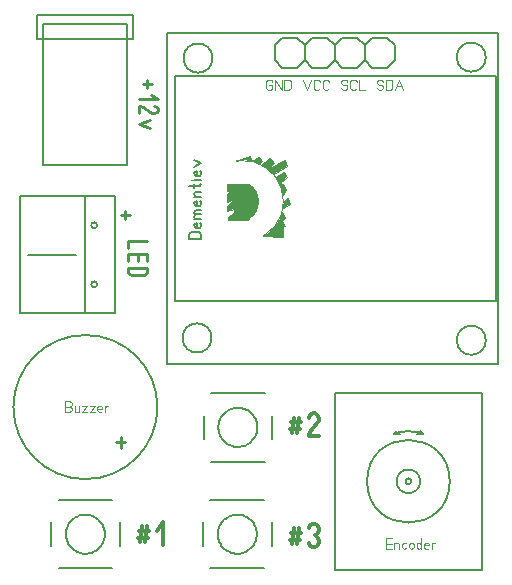
<source format=gbr>
%FSLAX34Y34*%
%MOMM*%
%LNSILK_TOP*%
G71*
G01*
%ADD10C,0.200*%
%ADD11C,0.175*%
%ADD12C,0.100*%
%ADD13C,0.270*%
%ADD14C,0.111*%
%ADD15C,0.286*%
%ADD16C,0.203*%
%ADD17C,0.349*%
%LPD*%
G54D10*
X28225Y469351D02*
X109225Y469351D01*
X109225Y490151D01*
X28225Y490151D01*
X28225Y469351D01*
G54D10*
X32925Y482151D02*
X32925Y363051D01*
X104525Y363051D01*
X104525Y482151D01*
X32925Y482151D01*
G54D10*
X13956Y337092D02*
X93956Y337092D01*
X93956Y237892D01*
X13956Y237892D01*
X13956Y337092D01*
G54D10*
X68956Y337092D02*
X68956Y237892D01*
G54D10*
X20256Y287092D02*
X61456Y287092D01*
G54D10*
G75*
G01X78956Y312092D02*
G03X78956Y312092I-2500J0D01*
G01*
G54D10*
G75*
G01X78956Y262092D02*
G03X78956Y262092I-2500J0D01*
G01*
G54D10*
X405017Y20289D02*
X405017Y170289D01*
G54D10*
X405017Y170289D02*
X280017Y170289D01*
G54D10*
X405017Y20289D02*
X280017Y20289D01*
X280017Y170289D01*
G54D10*
G75*
G01X377517Y95288D02*
G03X377517Y95288I-35000J0D01*
G01*
G54D10*
G75*
G01X352517Y95288D02*
G03X352517Y95288I-10000J0D01*
G01*
G54D10*
G75*
G01X353517Y136340D02*
G03X331517Y136340I-11000J-41052D01*
G01*
G54D10*
X355017Y135289D02*
X352517Y137789D01*
G54D10*
X355017Y135289D02*
X350017Y135289D01*
G54D10*
X330017Y135289D02*
X332517Y137789D01*
G54D10*
X330017Y135289D02*
X335017Y135289D01*
G54D10*
G75*
G01X345017Y95288D02*
G03X345017Y95288I-2500J0D01*
G01*
G54D11*
X166726Y300483D02*
X156948Y300483D01*
X156948Y304150D01*
X157559Y305616D01*
X158782Y306350D01*
X164892Y306350D01*
X166115Y305616D01*
X166726Y304150D01*
X166726Y300483D01*
G54D11*
X166115Y314172D02*
X166726Y312999D01*
X166726Y311532D01*
X166115Y310065D01*
X164892Y309772D01*
X162815Y309772D01*
X161592Y310505D01*
X161226Y311972D01*
X161592Y313439D01*
X162448Y314172D01*
X163670Y314172D01*
X163670Y309772D01*
G54D11*
X166726Y317594D02*
X161226Y317594D01*
G54D11*
X162204Y317594D02*
X161226Y319061D01*
X161592Y320527D01*
X162448Y321261D01*
X166726Y321261D01*
G54D11*
X162204Y321261D02*
X161226Y322727D01*
X161592Y324194D01*
X162448Y324927D01*
X166726Y324927D01*
G54D11*
X166115Y332749D02*
X166726Y331576D01*
X166726Y330109D01*
X166115Y328642D01*
X164892Y328349D01*
X162815Y328349D01*
X161592Y329082D01*
X161226Y330549D01*
X161592Y332016D01*
X162448Y332749D01*
X163670Y332749D01*
X163670Y328349D01*
G54D11*
X166726Y336171D02*
X161226Y336171D01*
G54D11*
X162448Y336171D02*
X161592Y336904D01*
X161226Y338371D01*
X161592Y339838D01*
X162448Y340571D01*
X166726Y340571D01*
G54D11*
X156948Y345460D02*
X166115Y345460D01*
X166726Y346193D01*
X166482Y346926D01*
G54D11*
X161226Y343993D02*
X161226Y346926D01*
G54D11*
X166726Y350348D02*
X161226Y350348D01*
G54D11*
X159392Y350348D02*
X159392Y350348D01*
G54D11*
X166115Y358170D02*
X166726Y356997D01*
X166726Y355530D01*
X166115Y354063D01*
X164892Y353770D01*
X162815Y353770D01*
X161592Y354503D01*
X161226Y355970D01*
X161592Y357437D01*
X162448Y358170D01*
X163670Y358170D01*
X163670Y353770D01*
G54D11*
X161226Y361592D02*
X166726Y364525D01*
X161226Y367459D01*
G54D12*
G75*
G01X207384Y317409D02*
G03X207384Y346854I-8500J14722D01*
G01*
G36*
G75*
G01X207384Y317409D02*
G03X207384Y346854I-8500J14722D01*
G01*
G37*
X207384Y317409D01*
G36*
X207385Y346854D02*
X188626Y346854D01*
X188613Y346840D01*
X188613Y341284D01*
X192582Y342872D01*
X189010Y338109D01*
X189010Y331362D01*
X195360Y334934D01*
X189010Y327790D01*
X189010Y323822D01*
X194566Y325806D01*
X194566Y322631D01*
X189407Y319059D01*
X189407Y316678D01*
X206654Y316678D01*
X207385Y317409D01*
X207385Y346854D01*
G37*
G54D12*
X207385Y346854D02*
X188626Y346854D01*
X188613Y346840D01*
X188613Y341284D01*
X192582Y342872D01*
X189010Y338109D01*
X189010Y331362D01*
X195360Y334934D01*
X189010Y327790D01*
X189010Y323822D01*
X194566Y325806D01*
X194566Y322631D01*
X189407Y319059D01*
X189407Y316678D01*
X206654Y316678D01*
X207385Y317409D01*
X207385Y346854D01*
G36*
X196948Y366684D02*
X204091Y367875D01*
X210044Y366684D01*
X208060Y371050D01*
X196948Y366684D01*
G37*
G54D12*
X196948Y366684D02*
X204091Y367875D01*
X210044Y366684D01*
X208060Y371050D01*
X196948Y366684D01*
G54D12*
G75*
G01X219439Y302714D02*
G03X196926Y366643I-17355J29817D01*
G01*
G36*
X210044Y366684D02*
X215601Y370256D01*
X218776Y366684D01*
X215998Y364303D01*
X210044Y366684D01*
G37*
G54D12*
X210044Y366684D02*
X215601Y370256D01*
X218776Y366684D01*
X215998Y364303D01*
X210044Y366684D01*
G36*
X217982Y363509D02*
X225522Y368669D01*
X228301Y364700D01*
X223935Y359540D01*
X237826Y367478D01*
X239810Y362319D01*
X228698Y355175D01*
X224332Y359937D01*
X217982Y363509D01*
G37*
G54D12*
X217982Y363509D02*
X225522Y368669D01*
X228301Y364700D01*
X223935Y359540D01*
X237826Y367478D01*
X239810Y362319D01*
X228698Y355175D01*
X224332Y359937D01*
X217982Y363509D01*
G36*
X230682Y352794D02*
X234651Y345650D01*
X236238Y338109D01*
X238619Y342475D01*
X236635Y347237D01*
X233857Y347634D01*
X239810Y352794D01*
X237429Y357556D01*
X230682Y352794D01*
G37*
G54D12*
X230682Y352794D02*
X234651Y345650D01*
X236238Y338109D01*
X238619Y342475D01*
X236635Y347237D01*
X233857Y347634D01*
X239810Y352794D01*
X237429Y357556D01*
X230682Y352794D01*
G36*
X237032Y332950D02*
X240604Y335331D01*
X242588Y329775D01*
X236635Y326600D01*
X237032Y332950D01*
G37*
G54D12*
X237032Y332950D02*
X240604Y335331D01*
X242588Y329775D01*
X236635Y326600D01*
X237032Y332950D01*
G36*
X219439Y302714D02*
X223141Y304375D01*
X229094Y309534D01*
X233857Y317472D01*
X235444Y323425D01*
X237826Y317869D01*
X235444Y315884D01*
X237826Y311122D01*
X235444Y310328D01*
X236635Y309137D01*
X236635Y301994D01*
X219439Y302714D01*
G37*
G54D12*
X219439Y302714D02*
X223141Y304375D01*
X229094Y309534D01*
X233857Y317472D01*
X235444Y323425D01*
X237826Y317869D01*
X235444Y315884D01*
X237826Y311122D01*
X235444Y310328D01*
X236635Y309137D01*
X236635Y301994D01*
X219439Y302714D01*
G54D10*
G75*
G01X130058Y158141D02*
G03X130058Y158141I-61000J0D01*
G01*
G54D13*
X98842Y123834D02*
X98842Y132901D01*
G54D13*
X102620Y128367D02*
X95064Y128367D01*
G54D10*
X138511Y194453D02*
X418705Y194453D01*
X418705Y474647D01*
X138511Y474647D01*
X138511Y194453D01*
G54D10*
G75*
G01X176661Y453613D02*
G03X176661Y453613I-12303J0D01*
G01*
G54D10*
G75*
G01X408039Y454406D02*
G03X408039Y454406I-12303J0D01*
G01*
G54D10*
G75*
G01X408039Y214694D02*
G03X408039Y214694I-12303J0D01*
G01*
G54D10*
G75*
G01X175867Y216678D02*
G03X175867Y216678I-12303J0D01*
G01*
G54D10*
X144514Y438532D02*
X416374Y438532D01*
X416374Y248032D01*
X144514Y248032D01*
X144514Y438532D01*
G54D10*
X330955Y464569D02*
X324654Y470869D01*
X311854Y470869D01*
X305554Y464569D01*
X305554Y451769D01*
X311854Y445469D01*
X324654Y445469D01*
X330955Y451769D01*
X330955Y464569D01*
G54D10*
X305554Y464569D02*
X299254Y470869D01*
X286454Y470869D01*
X280154Y464569D01*
X280154Y451769D01*
X286454Y445469D01*
X299254Y445469D01*
X305554Y451769D01*
X305554Y464569D01*
G54D10*
X280154Y464569D02*
X273854Y470869D01*
X261054Y470869D01*
X254754Y464569D01*
X254754Y451769D01*
X261054Y445469D01*
X273854Y445469D01*
X280154Y451769D01*
X280154Y464569D01*
G54D10*
X254754Y464569D02*
X248454Y470869D01*
X235654Y470869D01*
X229354Y464569D01*
X229354Y451769D01*
X235654Y445469D01*
X248454Y445469D01*
X254754Y451769D01*
X254754Y464569D01*
G54D14*
X224716Y430963D02*
X227384Y430963D01*
X227384Y428185D01*
X226716Y427074D01*
X225384Y426518D01*
X224050Y426518D01*
X222716Y427074D01*
X222050Y428185D01*
X222050Y433740D01*
X222716Y434852D01*
X224050Y435407D01*
X225384Y435407D01*
X226716Y434852D01*
X227384Y433740D01*
G54D14*
X229827Y426518D02*
X229827Y435407D01*
X235160Y426518D01*
X235160Y435407D01*
G54D14*
X237604Y426518D02*
X237604Y435407D01*
X240938Y435407D01*
X242270Y434852D01*
X242938Y433740D01*
X242938Y428185D01*
X242270Y427074D01*
X240938Y426518D01*
X237604Y426518D01*
G54D14*
X253112Y435407D02*
X256446Y426518D01*
X259778Y435407D01*
G54D14*
X267556Y428185D02*
X266890Y427074D01*
X265556Y426518D01*
X264223Y426518D01*
X262890Y427074D01*
X262223Y428185D01*
X262223Y433740D01*
X262890Y434852D01*
X264223Y435407D01*
X265556Y435407D01*
X266890Y434852D01*
X267556Y433740D01*
G54D14*
X275334Y428185D02*
X274666Y427074D01*
X273334Y426518D01*
X272000Y426518D01*
X270666Y427074D01*
X270000Y428185D01*
X270000Y433740D01*
X270666Y434852D01*
X272000Y435407D01*
X273334Y435407D01*
X274666Y434852D01*
X275334Y433740D01*
G54D14*
X285508Y428185D02*
X286174Y427074D01*
X287508Y426518D01*
X288842Y426518D01*
X290174Y427074D01*
X290842Y428185D01*
X290842Y429296D01*
X290174Y430407D01*
X288842Y430963D01*
X287508Y430963D01*
X286174Y431518D01*
X285508Y432629D01*
X285508Y433740D01*
X286174Y434852D01*
X287508Y435407D01*
X288842Y435407D01*
X290174Y434852D01*
X290842Y433740D01*
G54D14*
X298618Y428185D02*
X297952Y427074D01*
X296618Y426518D01*
X295285Y426518D01*
X293952Y427074D01*
X293285Y428185D01*
X293285Y433740D01*
X293952Y434852D01*
X295285Y435407D01*
X296618Y435407D01*
X297952Y434852D01*
X298618Y433740D01*
G54D14*
X301062Y435407D02*
X301062Y426518D01*
X305728Y426518D01*
G54D14*
X315904Y428185D02*
X316570Y427074D01*
X317904Y426518D01*
X319238Y426518D01*
X320570Y427074D01*
X321238Y428185D01*
X321238Y429296D01*
X320570Y430407D01*
X319238Y430963D01*
X317904Y430963D01*
X316570Y431518D01*
X315904Y432629D01*
X315904Y433740D01*
X316570Y434852D01*
X317904Y435407D01*
X319238Y435407D01*
X320570Y434852D01*
X321238Y433740D01*
G54D14*
X323681Y426518D02*
X323681Y435407D01*
X327014Y435407D01*
X328348Y434852D01*
X329014Y433740D01*
X329014Y428185D01*
X328348Y427074D01*
X327014Y426518D01*
X323681Y426518D01*
G54D14*
X331458Y426518D02*
X334792Y435407D01*
X338124Y426518D01*
G54D14*
X332792Y429852D02*
X336792Y429852D01*
G54D15*
X121468Y434766D02*
X121468Y428366D01*
G54D15*
X125468Y431566D02*
X117468Y431566D01*
G54D15*
X124468Y422766D02*
X130468Y418766D01*
X114468Y418766D01*
G54D15*
X114468Y406766D02*
X114468Y413166D01*
X115468Y413166D01*
X117468Y412366D01*
X123468Y407566D01*
X125468Y406766D01*
X127468Y406766D01*
X129468Y407566D01*
X130468Y409166D01*
X130468Y410766D01*
X129468Y412366D01*
X127468Y413166D01*
G54D15*
X123468Y401166D02*
X114468Y397966D01*
X123468Y394766D01*
G54D15*
X121340Y298637D02*
X105340Y298637D01*
X105340Y293037D01*
G54D15*
X105340Y281837D02*
X105340Y287437D01*
X121340Y287437D01*
X121340Y281837D01*
G54D15*
X113340Y287437D02*
X113340Y281837D01*
G54D15*
X105340Y276237D02*
X121340Y276237D01*
X121340Y272237D01*
X120340Y270637D01*
X118340Y269837D01*
X108340Y269837D01*
X106340Y270637D01*
X105340Y272237D01*
X105340Y276237D01*
G54D16*
X91682Y79512D02*
X46368Y79512D01*
G54D16*
X40018Y60462D02*
X40018Y40549D01*
G54D16*
X46368Y21499D02*
X91682Y21499D01*
G54D16*
X98032Y40549D02*
X98032Y60462D01*
G54D16*
X85484Y49236D02*
X85535Y50506D01*
X85484Y51776D01*
X85332Y53046D01*
X85078Y54316D01*
X84748Y55535D01*
X84316Y56754D01*
X83782Y57922D01*
X83173Y59040D01*
X82462Y60107D01*
X81674Y61123D01*
X80811Y62063D01*
X79871Y62952D01*
X78880Y63739D01*
X77839Y64476D01*
X76721Y65111D01*
X75553Y65669D01*
X74359Y66127D01*
X73140Y66482D01*
X71895Y66762D01*
X70625Y66939D01*
X69355Y67016D01*
X68060Y66990D01*
X66790Y66863D01*
X65520Y66635D01*
X64301Y66330D01*
X63082Y65898D01*
X61913Y65390D01*
X60770Y64806D01*
X59678Y64120D01*
X58662Y63358D01*
X57697Y62520D01*
X56808Y61605D01*
X55970Y60615D01*
X55233Y59573D01*
X54572Y58481D01*
X53988Y57338D01*
X53506Y56144D01*
X53125Y54925D01*
X52820Y53681D01*
X52617Y52411D01*
X52515Y51141D01*
X52515Y49871D01*
X52617Y48601D01*
X52820Y47331D01*
X53125Y46086D01*
X53506Y44867D01*
X53988Y43673D01*
X54572Y42530D01*
X55233Y41438D01*
X55970Y40396D01*
X56808Y39406D01*
X57697Y38491D01*
X58662Y37653D01*
X59678Y36891D01*
X60770Y36205D01*
X61913Y35621D01*
X63082Y35113D01*
X64301Y34681D01*
X65520Y34377D01*
X66790Y34148D01*
X68060Y34021D01*
X69355Y33996D01*
X70625Y34072D01*
X71895Y34250D01*
X73140Y34529D01*
X74359Y34885D01*
X75553Y35342D01*
X76721Y35901D01*
X77839Y36536D01*
X78880Y37272D01*
X79871Y38060D01*
X80811Y38949D01*
X81674Y39888D01*
X82462Y40904D01*
X83173Y41971D01*
X83782Y43089D01*
X84316Y44257D01*
X84748Y45476D01*
X85078Y46696D01*
X85332Y47966D01*
X85484Y49236D01*
G54D16*
X174956Y79512D02*
X220269Y79512D01*
G54D16*
X226619Y60462D02*
X226619Y40549D01*
G54D16*
X220269Y21499D02*
X174956Y21499D01*
G54D16*
X168606Y40549D02*
X168606Y60462D01*
G54D16*
X181153Y49236D02*
X181102Y50506D01*
X181153Y51776D01*
X181306Y53046D01*
X181560Y54316D01*
X181890Y55535D01*
X182322Y56754D01*
X182855Y57922D01*
X183465Y59040D01*
X184176Y60107D01*
X184963Y61123D01*
X185827Y62063D01*
X186767Y62952D01*
X187757Y63739D01*
X188799Y64476D01*
X189916Y65111D01*
X191085Y65669D01*
X192278Y66127D01*
X193498Y66482D01*
X194742Y66762D01*
X196012Y66939D01*
X197282Y67016D01*
X198578Y66990D01*
X199848Y66863D01*
X201118Y66635D01*
X202337Y66330D01*
X203556Y65898D01*
X204724Y65390D01*
X205868Y64806D01*
X206960Y64120D01*
X207976Y63358D01*
X208941Y62520D01*
X209830Y61605D01*
X210668Y60615D01*
X211405Y59573D01*
X212065Y58481D01*
X212649Y57338D01*
X213132Y56144D01*
X213513Y54925D01*
X213818Y53681D01*
X214021Y52411D01*
X214122Y51141D01*
X214122Y49871D01*
X214021Y48601D01*
X213818Y47331D01*
X213513Y46086D01*
X213132Y44867D01*
X212649Y43673D01*
X212065Y42530D01*
X211405Y41438D01*
X210668Y40396D01*
X209830Y39406D01*
X208941Y38491D01*
X207976Y37653D01*
X206960Y36891D01*
X205868Y36205D01*
X204724Y35621D01*
X203556Y35113D01*
X202337Y34681D01*
X201118Y34377D01*
X199848Y34148D01*
X198578Y34021D01*
X197282Y33996D01*
X196012Y34072D01*
X194742Y34250D01*
X193498Y34529D01*
X192278Y34885D01*
X191085Y35342D01*
X189916Y35901D01*
X188799Y36536D01*
X187757Y37272D01*
X186767Y38060D01*
X185827Y38949D01*
X184963Y39888D01*
X184176Y40904D01*
X183465Y41971D01*
X182855Y43089D01*
X182322Y44257D01*
X181890Y45476D01*
X181560Y46696D01*
X181306Y47966D01*
X181153Y49236D01*
G54D16*
X175417Y169970D02*
X220731Y169970D01*
G54D16*
X227081Y150920D02*
X227081Y131007D01*
G54D16*
X220731Y111957D02*
X175417Y111957D01*
G54D16*
X169067Y131007D02*
X169067Y150920D01*
G54D16*
X181615Y139694D02*
X181564Y140964D01*
X181615Y142234D01*
X181767Y143504D01*
X182021Y144774D01*
X182351Y145993D01*
X182783Y147212D01*
X183316Y148380D01*
X183926Y149498D01*
X184637Y150565D01*
X185425Y151581D01*
X186288Y152521D01*
X187228Y153410D01*
X188219Y154197D01*
X189260Y154934D01*
X190378Y155569D01*
X191546Y156127D01*
X192740Y156585D01*
X193959Y156940D01*
X195204Y157220D01*
X196474Y157397D01*
X197744Y157474D01*
X199039Y157448D01*
X200309Y157321D01*
X201579Y157093D01*
X202798Y156788D01*
X204017Y156356D01*
X205186Y155848D01*
X206329Y155264D01*
X207421Y154578D01*
X208437Y153816D01*
X209402Y152978D01*
X210291Y152063D01*
X211129Y151073D01*
X211866Y150031D01*
X212526Y148939D01*
X213111Y147796D01*
X213593Y146602D01*
X213974Y145383D01*
X214279Y144139D01*
X214482Y142869D01*
X214584Y141599D01*
X214584Y140329D01*
X214482Y139059D01*
X214279Y137789D01*
X213974Y136544D01*
X213593Y135325D01*
X213111Y134131D01*
X212526Y132988D01*
X211866Y131896D01*
X211129Y130854D01*
X210291Y129864D01*
X209402Y128949D01*
X208437Y128111D01*
X207421Y127349D01*
X206329Y126663D01*
X205186Y126079D01*
X204017Y125571D01*
X202798Y125139D01*
X201579Y124835D01*
X200309Y124606D01*
X199039Y124479D01*
X197744Y124454D01*
X196474Y124530D01*
X195204Y124708D01*
X193959Y124987D01*
X192740Y125343D01*
X191546Y125800D01*
X190378Y126359D01*
X189260Y126994D01*
X188219Y127730D01*
X187228Y128518D01*
X186288Y129407D01*
X185425Y130346D01*
X184637Y131362D01*
X183926Y132429D01*
X183316Y133547D01*
X182783Y134715D01*
X182351Y135934D01*
X182021Y137154D01*
X181767Y138424D01*
X181615Y139694D01*
G54D14*
X52152Y154066D02*
X52152Y162954D01*
X55485Y162954D01*
X56819Y162399D01*
X57485Y161288D01*
X57485Y160177D01*
X56819Y159066D01*
X55485Y158510D01*
X56819Y157954D01*
X57485Y156843D01*
X57485Y155732D01*
X56819Y154621D01*
X55485Y154066D01*
X52152Y154066D01*
G54D14*
X52152Y158510D02*
X55485Y158510D01*
G54D14*
X63929Y159066D02*
X63929Y154066D01*
G54D14*
X63929Y155177D02*
X63262Y154288D01*
X61929Y154066D01*
X60596Y154288D01*
X59929Y155177D01*
X59929Y159066D01*
G54D14*
X66373Y159066D02*
X70373Y159066D01*
X66373Y154066D01*
X70373Y154066D01*
G54D14*
X72817Y159066D02*
X76817Y159066D01*
X72817Y154066D01*
X76817Y154066D01*
G54D14*
X83261Y154621D02*
X82194Y154066D01*
X80861Y154066D01*
X79528Y154621D01*
X79261Y155732D01*
X79261Y157621D01*
X79928Y158732D01*
X81261Y159066D01*
X82594Y158732D01*
X83261Y157954D01*
X83261Y156843D01*
X79261Y156843D01*
G54D14*
X85705Y154066D02*
X85705Y159066D01*
G54D14*
X85705Y157954D02*
X87038Y159066D01*
X88372Y159066D01*
G54D14*
X328281Y38178D02*
X323614Y38178D01*
X323614Y47067D01*
X328281Y47067D01*
G54D14*
X323614Y42622D02*
X328281Y42622D01*
G54D14*
X330726Y38178D02*
X330726Y43178D01*
G54D14*
X330726Y42067D02*
X331392Y42845D01*
X332726Y43178D01*
X334059Y42845D01*
X334726Y42067D01*
X334726Y38178D01*
G54D14*
X340503Y42845D02*
X339170Y43178D01*
X337836Y42845D01*
X337170Y41734D01*
X337170Y39511D01*
X337836Y38400D01*
X339170Y38178D01*
X340503Y38400D01*
G54D14*
X346946Y39511D02*
X346946Y41734D01*
X346280Y42845D01*
X344946Y43178D01*
X343613Y42845D01*
X342946Y41734D01*
X342946Y39511D01*
X343613Y38400D01*
X344946Y38178D01*
X346280Y38400D01*
X346946Y39511D01*
G54D14*
X353390Y38178D02*
X353390Y47067D01*
G54D14*
X353390Y41734D02*
X352724Y42845D01*
X351390Y43178D01*
X350057Y42845D01*
X349390Y41734D01*
X349390Y39511D01*
X350057Y38400D01*
X351390Y38178D01*
X352724Y38400D01*
X353390Y39511D01*
G54D14*
X359834Y38734D02*
X358768Y38178D01*
X357434Y38178D01*
X356101Y38734D01*
X355834Y39845D01*
X355834Y41734D01*
X356501Y42845D01*
X357834Y43178D01*
X359168Y42845D01*
X359834Y42067D01*
X359834Y40956D01*
X355834Y40956D01*
G54D14*
X362278Y38178D02*
X362278Y43178D01*
G54D14*
X362278Y42067D02*
X363612Y43178D01*
X364945Y43178D01*
G54D17*
X242940Y145540D02*
X251740Y145540D01*
G54D17*
X241962Y139429D02*
X250762Y139429D01*
G54D17*
X243918Y135762D02*
X245873Y149207D01*
G54D17*
X247829Y135762D02*
X249784Y149207D01*
G54D17*
X266406Y133318D02*
X258584Y133318D01*
X258584Y134540D01*
X259562Y136985D01*
X265429Y144318D01*
X266406Y146762D01*
X266406Y149207D01*
X265429Y151651D01*
X263473Y152874D01*
X261517Y152874D01*
X259562Y151651D01*
X258584Y149207D01*
G54D17*
X242940Y51878D02*
X251740Y51878D01*
G54D17*
X241962Y45767D02*
X250762Y45767D01*
G54D17*
X243918Y42100D02*
X245873Y55544D01*
G54D17*
X247829Y42100D02*
X249784Y55544D01*
G54D17*
X258584Y55544D02*
X259562Y57989D01*
X261517Y59211D01*
X263473Y59211D01*
X265429Y57989D01*
X266406Y55544D01*
X266406Y53100D01*
X265429Y50656D01*
X263473Y49433D01*
X265429Y48211D01*
X266406Y45767D01*
X266406Y43322D01*
X265429Y40878D01*
X263473Y39656D01*
X261517Y39656D01*
X259562Y40878D01*
X258584Y43322D01*
G54D17*
X114352Y53465D02*
X123152Y53465D01*
G54D17*
X113375Y47354D02*
X122175Y47354D01*
G54D17*
X115330Y43687D02*
X117286Y57132D01*
G54D17*
X119241Y43687D02*
X121197Y57132D01*
G54D17*
X129997Y53465D02*
X134886Y60799D01*
X134886Y41243D01*
G54D15*
X102816Y324037D02*
X102816Y317637D01*
G54D15*
X106816Y320837D02*
X98816Y320837D01*
M02*

</source>
